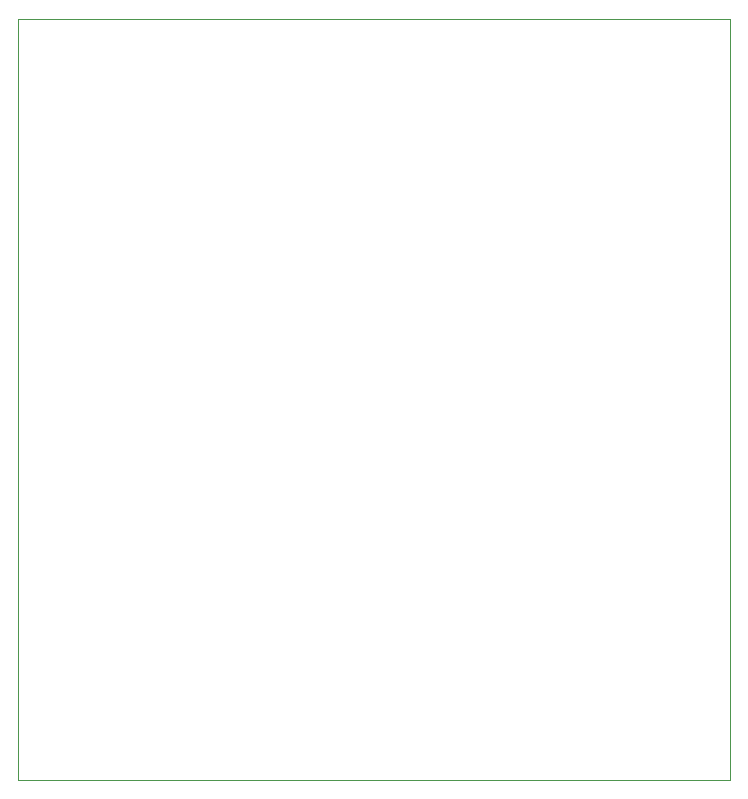
<source format=gbr>
G75*
%MOIN*%
%OFA0B0*%
%FSLAX24Y24*%
%IPPOS*%
%LPD*%
%AMOC8*
5,1,8,0,0,1.08239X$1,22.5*
%
%ADD10C,0.0000*%
D10*
X000100Y001125D02*
X000100Y026495D01*
X023842Y026495D01*
X023842Y001125D01*
X000100Y001125D01*
M02*

</source>
